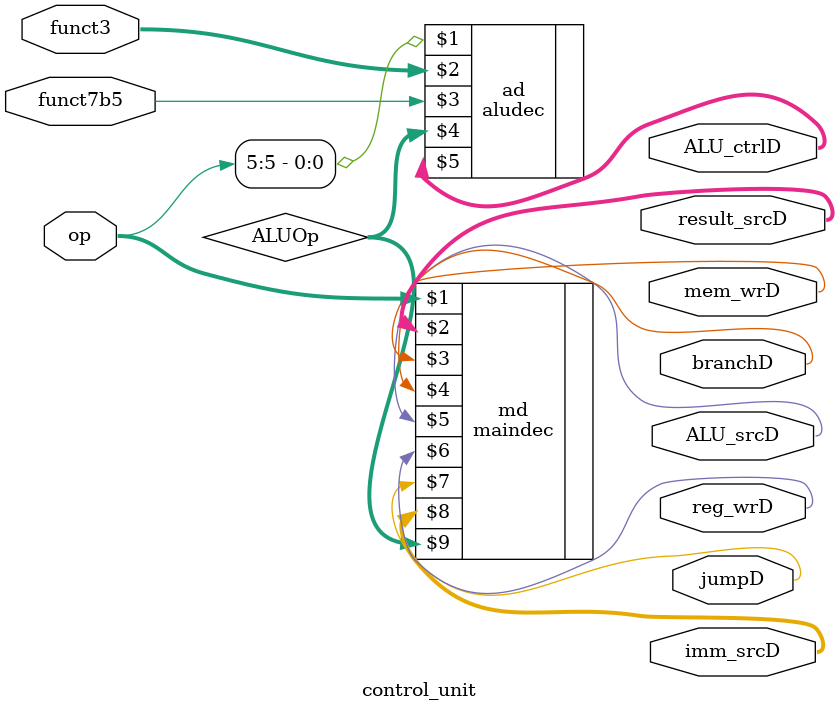
<source format=sv>
module control_unit(
    input logic [6:0] op,
    input logic [2:0] funct3,
    input logic funct7b5,
    output logic reg_wrD,
    output logic [1:0] result_srcD,
    output logic mem_wrD,
    output logic jumpD,
    output logic branchD,
    output logic [2:0] ALU_ctrlD,
    output logic ALU_srcD,
    output logic [1:0] imm_srcD
    );
    
logic [1:0] ALUOp;
logic Branch;

maindec md(op, result_srcD, mem_wrD, branchD,
    ALU_srcD, reg_wrD, jumpD, imm_srcD, ALUOp);

aludec ad(op[5], funct3, funct7b5, ALUOp, ALU_ctrlD);
endmodule
</source>
